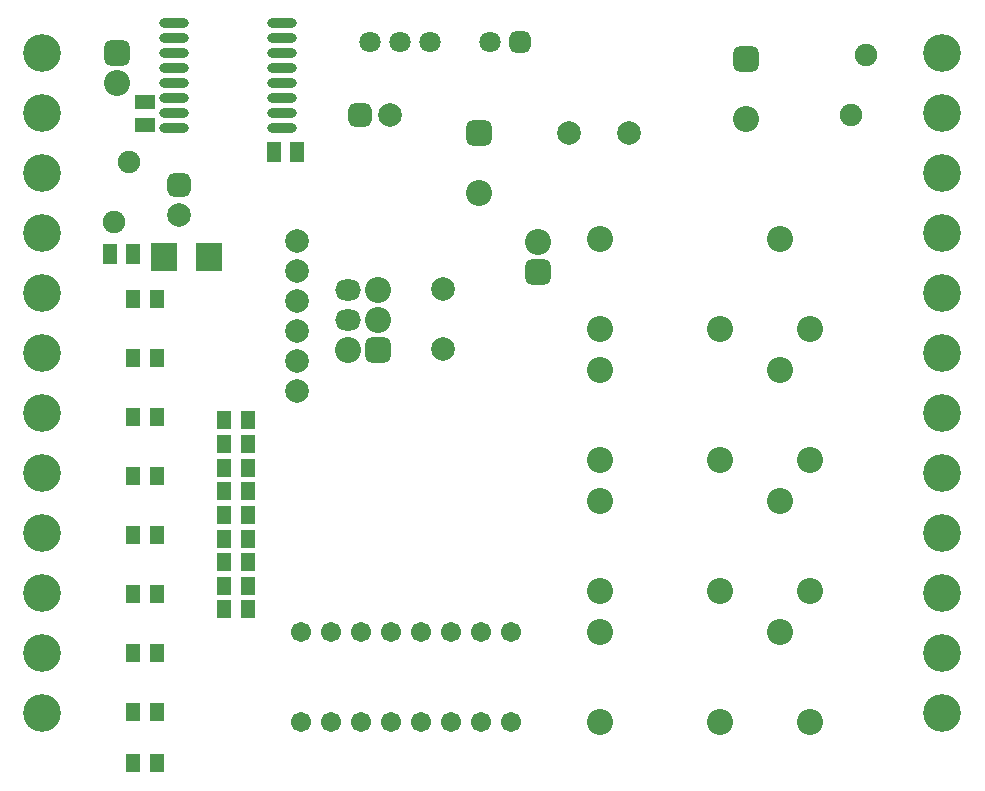
<source format=gts>
%FSLAX24Y24*%
%MOIN*%
G70*
G01*
G75*
G04 Layer_Color=8388736*
%ADD10R,0.0413X0.0571*%
%ADD11O,0.0906X0.0236*%
%ADD12R,0.0571X0.0413*%
%ADD13R,0.0827X0.0846*%
%ADD14R,0.0433X0.0532*%
%ADD15C,0.0197*%
%ADD16C,0.0394*%
%ADD17C,0.0295*%
%ADD18C,0.0591*%
%ADD19C,0.0709*%
%ADD20C,0.1181*%
%ADD21C,0.0669*%
G04:AMPARAMS|DCode=22|XSize=78.7mil|YSize=78.7mil|CornerRadius=19.7mil|HoleSize=0mil|Usage=FLASHONLY|Rotation=270.000|XOffset=0mil|YOffset=0mil|HoleType=Round|Shape=RoundedRectangle|*
%AMROUNDEDRECTD22*
21,1,0.0787,0.0394,0,0,270.0*
21,1,0.0394,0.0787,0,0,270.0*
1,1,0.0394,-0.0197,-0.0197*
1,1,0.0394,-0.0197,0.0197*
1,1,0.0394,0.0197,0.0197*
1,1,0.0394,0.0197,-0.0197*
%
%ADD22ROUNDEDRECTD22*%
%ADD23C,0.0787*%
G04:AMPARAMS|DCode=24|XSize=70.9mil|YSize=70.9mil|CornerRadius=17.7mil|HoleSize=0mil|Usage=FLASHONLY|Rotation=0.000|XOffset=0mil|YOffset=0mil|HoleType=Round|Shape=RoundedRectangle|*
%AMROUNDEDRECTD24*
21,1,0.0709,0.0354,0,0,0.0*
21,1,0.0354,0.0709,0,0,0.0*
1,1,0.0354,0.0177,-0.0177*
1,1,0.0354,-0.0177,-0.0177*
1,1,0.0354,-0.0177,0.0177*
1,1,0.0354,0.0177,0.0177*
%
%ADD24ROUNDEDRECTD24*%
G04:AMPARAMS|DCode=25|XSize=70.9mil|YSize=70.9mil|CornerRadius=17.7mil|HoleSize=0mil|Usage=FLASHONLY|Rotation=270.000|XOffset=0mil|YOffset=0mil|HoleType=Round|Shape=RoundedRectangle|*
%AMROUNDEDRECTD25*
21,1,0.0709,0.0354,0,0,270.0*
21,1,0.0354,0.0709,0,0,270.0*
1,1,0.0354,-0.0177,-0.0177*
1,1,0.0354,-0.0177,0.0177*
1,1,0.0354,0.0177,0.0177*
1,1,0.0354,0.0177,-0.0177*
%
%ADD25ROUNDEDRECTD25*%
%ADD26C,0.0591*%
%ADD27O,0.0787X0.0630*%
%ADD28C,0.0630*%
G04:AMPARAMS|DCode=29|XSize=63mil|YSize=63mil|CornerRadius=15.7mil|HoleSize=0mil|Usage=FLASHONLY|Rotation=180.000|XOffset=0mil|YOffset=0mil|HoleType=Round|Shape=RoundedRectangle|*
%AMROUNDEDRECTD29*
21,1,0.0630,0.0315,0,0,180.0*
21,1,0.0315,0.0630,0,0,180.0*
1,1,0.0315,-0.0157,0.0157*
1,1,0.0315,0.0157,0.0157*
1,1,0.0315,0.0157,-0.0157*
1,1,0.0315,-0.0157,-0.0157*
%
%ADD29ROUNDEDRECTD29*%
%ADD30C,0.0512*%
%ADD31R,0.0512X0.1122*%
%ADD32R,0.0846X0.0827*%
%ADD33R,0.0492X0.0689*%
%ADD34R,0.0236X0.0866*%
%ADD35R,0.0610X0.0787*%
%ADD36R,0.0532X0.0433*%
%ADD37O,0.0217X0.0689*%
%ADD38O,0.0689X0.0217*%
%ADD39R,0.0768X0.0354*%
%ADD40R,0.0413X0.0768*%
%ADD41O,0.0236X0.0866*%
%ADD42R,0.0433X0.0354*%
%ADD43R,0.0689X0.0492*%
%ADD44C,0.0118*%
%ADD45C,0.0236*%
%ADD46C,0.0138*%
%ADD47C,0.0100*%
%ADD48C,0.0098*%
%ADD49C,0.0050*%
%ADD50C,0.0079*%
%ADD51R,0.0493X0.0651*%
%ADD52O,0.0986X0.0316*%
%ADD53R,0.0651X0.0493*%
%ADD54R,0.0907X0.0926*%
%ADD55R,0.0513X0.0612*%
%ADD56C,0.0789*%
%ADD57C,0.1261*%
%ADD58C,0.0749*%
G04:AMPARAMS|DCode=59|XSize=86.7mil|YSize=86.7mil|CornerRadius=23.7mil|HoleSize=0mil|Usage=FLASHONLY|Rotation=270.000|XOffset=0mil|YOffset=0mil|HoleType=Round|Shape=RoundedRectangle|*
%AMROUNDEDRECTD59*
21,1,0.0867,0.0394,0,0,270.0*
21,1,0.0394,0.0867,0,0,270.0*
1,1,0.0474,-0.0197,-0.0197*
1,1,0.0474,-0.0197,0.0197*
1,1,0.0474,0.0197,0.0197*
1,1,0.0474,0.0197,-0.0197*
%
%ADD59ROUNDEDRECTD59*%
%ADD60C,0.0867*%
G04:AMPARAMS|DCode=61|XSize=78.9mil|YSize=78.9mil|CornerRadius=21.7mil|HoleSize=0mil|Usage=FLASHONLY|Rotation=0.000|XOffset=0mil|YOffset=0mil|HoleType=Round|Shape=RoundedRectangle|*
%AMROUNDEDRECTD61*
21,1,0.0789,0.0354,0,0,0.0*
21,1,0.0354,0.0789,0,0,0.0*
1,1,0.0434,0.0177,-0.0177*
1,1,0.0434,-0.0177,-0.0177*
1,1,0.0434,-0.0177,0.0177*
1,1,0.0434,0.0177,0.0177*
%
%ADD61ROUNDEDRECTD61*%
G04:AMPARAMS|DCode=62|XSize=78.9mil|YSize=78.9mil|CornerRadius=21.7mil|HoleSize=0mil|Usage=FLASHONLY|Rotation=270.000|XOffset=0mil|YOffset=0mil|HoleType=Round|Shape=RoundedRectangle|*
%AMROUNDEDRECTD62*
21,1,0.0789,0.0354,0,0,270.0*
21,1,0.0354,0.0789,0,0,270.0*
1,1,0.0434,-0.0177,-0.0177*
1,1,0.0434,-0.0177,0.0177*
1,1,0.0434,0.0177,0.0177*
1,1,0.0434,0.0177,-0.0177*
%
%ADD62ROUNDEDRECTD62*%
%ADD63C,0.0671*%
%ADD64O,0.0867X0.0710*%
%ADD65C,0.0710*%
G04:AMPARAMS|DCode=66|XSize=71mil|YSize=71mil|CornerRadius=19.7mil|HoleSize=0mil|Usage=FLASHONLY|Rotation=180.000|XOffset=0mil|YOffset=0mil|HoleType=Round|Shape=RoundedRectangle|*
%AMROUNDEDRECTD66*
21,1,0.0710,0.0315,0,0,180.0*
21,1,0.0315,0.0710,0,0,180.0*
1,1,0.0395,-0.0157,0.0157*
1,1,0.0395,0.0157,0.0157*
1,1,0.0395,0.0157,-0.0157*
1,1,0.0395,-0.0157,-0.0157*
%
%ADD66ROUNDEDRECTD66*%
D51*
X20433Y30984D02*
D03*
X19646D02*
D03*
X14173Y27598D02*
D03*
X14961D02*
D03*
D52*
X19911Y31793D02*
D03*
Y32293D02*
D03*
Y32793D02*
D03*
Y33293D02*
D03*
Y33793D02*
D03*
Y34293D02*
D03*
Y34793D02*
D03*
Y35293D02*
D03*
X16309Y31793D02*
D03*
Y32293D02*
D03*
Y32793D02*
D03*
Y33293D02*
D03*
Y33793D02*
D03*
Y34293D02*
D03*
Y34793D02*
D03*
Y35293D02*
D03*
D53*
X15354Y32677D02*
D03*
Y31890D02*
D03*
D54*
X15994Y27480D02*
D03*
X17470D02*
D03*
D55*
X18780Y15748D02*
D03*
X17992D02*
D03*
X18780Y16535D02*
D03*
X17992D02*
D03*
X18780Y17323D02*
D03*
X17992D02*
D03*
X18780Y18110D02*
D03*
X17992D02*
D03*
X18780Y18898D02*
D03*
X17992D02*
D03*
X18780Y19685D02*
D03*
X17992D02*
D03*
X18780Y20472D02*
D03*
X17992D02*
D03*
X18780Y21260D02*
D03*
X17992D02*
D03*
X18780Y22047D02*
D03*
X17992D02*
D03*
X15748Y26102D02*
D03*
X14961D02*
D03*
X15748Y24134D02*
D03*
X14961D02*
D03*
X15748Y22165D02*
D03*
X14961D02*
D03*
X15748Y20197D02*
D03*
X14961D02*
D03*
X15748Y18228D02*
D03*
X14961D02*
D03*
X15748Y16260D02*
D03*
X14961D02*
D03*
X15748Y14291D02*
D03*
X14961D02*
D03*
X15748Y12323D02*
D03*
X14961D02*
D03*
X15748Y10630D02*
D03*
X14961D02*
D03*
D56*
X20433Y28031D02*
D03*
Y27032D02*
D03*
Y26031D02*
D03*
Y25031D02*
D03*
Y24032D02*
D03*
Y23031D02*
D03*
X23531Y32244D02*
D03*
X29472Y31614D02*
D03*
X31472D02*
D03*
X16496Y28909D02*
D03*
X25276Y24417D02*
D03*
Y26417D02*
D03*
D57*
X41929Y34283D02*
D03*
Y32283D02*
D03*
Y30283D02*
D03*
Y28283D02*
D03*
Y26283D02*
D03*
Y24283D02*
D03*
Y22283D02*
D03*
Y20283D02*
D03*
Y18283D02*
D03*
Y16283D02*
D03*
Y14283D02*
D03*
Y12283D02*
D03*
X11929Y12291D02*
D03*
Y14291D02*
D03*
Y16291D02*
D03*
Y18291D02*
D03*
Y20291D02*
D03*
Y22291D02*
D03*
Y24291D02*
D03*
Y26291D02*
D03*
Y28291D02*
D03*
Y30291D02*
D03*
Y32291D02*
D03*
Y34291D02*
D03*
D58*
X38870Y32244D02*
D03*
X39370Y34244D02*
D03*
X14831Y30669D02*
D03*
X14331Y28669D02*
D03*
D59*
X35394Y34110D02*
D03*
X26496Y31630D02*
D03*
X14409Y34291D02*
D03*
X28465Y27008D02*
D03*
X23110Y24409D02*
D03*
D60*
X35394Y32110D02*
D03*
X26496Y29630D02*
D03*
X14409Y33291D02*
D03*
X28465Y28008D02*
D03*
X22110Y24409D02*
D03*
X23110Y25409D02*
D03*
Y26409D02*
D03*
X30512Y12000D02*
D03*
X34512D02*
D03*
X37512D02*
D03*
X36512Y15000D02*
D03*
X30512D02*
D03*
Y16370D02*
D03*
X34512D02*
D03*
X37512D02*
D03*
X36512Y19370D02*
D03*
X30512D02*
D03*
Y20740D02*
D03*
X34512D02*
D03*
X37512D02*
D03*
X36512Y23740D02*
D03*
X30512D02*
D03*
Y25110D02*
D03*
X34512D02*
D03*
X37512D02*
D03*
X36512Y28110D02*
D03*
X30512D02*
D03*
D61*
X22531Y32244D02*
D03*
D62*
X16496Y29909D02*
D03*
D63*
X27559Y15000D02*
D03*
X26559D02*
D03*
X25559D02*
D03*
X24559D02*
D03*
X23559D02*
D03*
X22559D02*
D03*
X21559D02*
D03*
X20559D02*
D03*
Y12000D02*
D03*
X21559D02*
D03*
X22559D02*
D03*
X23559D02*
D03*
X24559D02*
D03*
X25559D02*
D03*
X26559D02*
D03*
X27559D02*
D03*
D64*
X22110Y25409D02*
D03*
Y26409D02*
D03*
D65*
X22835Y34646D02*
D03*
X23835D02*
D03*
X24835D02*
D03*
X26835D02*
D03*
D66*
X27835D02*
D03*
M02*

</source>
